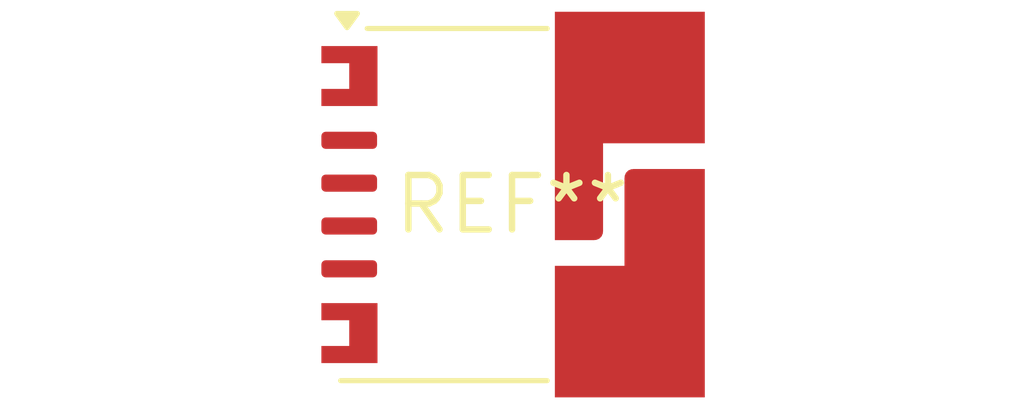
<source format=kicad_pcb>
(kicad_pcb (version 20240108) (generator pcbnew)
  (layers (0 "F.Cu" signal) (31 "B.Cu" signal) (34 "B.Paste" user) (35 "F.Paste" user) (36 "B.SilkS" user "B.Silkscreen") (37 "F.SilkS" user "F.Silkscreen") (38 "B.Mask" user) (39 "F.Mask" user) (44 "Edge.Cuts" user))
  (net 0 "")
  (footprint "Infineon_PG-TISON-8-5" (layer "F.Cu") (at 0 0)
    (property "Reference" "REF**")
    (property "Value" "Infineon_PG-TISON-8-5")
    (fp_line (start 0.82 -4.11) (end -3.38 -4.11) (layer "F.SilkS") (stroke (width 0.12)))
    (fp_line (start 0.82 4.11) (end -4 4.11) (layer "F.SilkS") (stroke (width 0.12)))
    (fp_poly (pts (xy -3.85 -4.13) (xy -4.09 -4.46) (xy -3.61 -4.46) (xy -3.85 -4.13)) (layer "F.SilkS") (stroke (width 0.12)) (fill solid))
    (pad "1" smd custom (at -3.47 -3) (size 0.66 1.4) (layers "F.Cu" "F.Mask") (options (clearance outline) (anchor rect)) (primitives (gr_poly (pts (xy 0.33 0.7) (xy -0.98 0.7) (xy -0.98 0.3) (xy -0.33 0.3) (xy -0.33 -0.3) (xy -0.98 -0.3) (xy -0.98 -0.7) (xy 0.33 -0.7)) (width 0) (fill yes))))
    (pad "2" smd roundrect (at -3.8 -1.5) (size 1.3 0.4) (layers "F.Cu" "F.Mask"))
    (pad "3" smd roundrect (at -3.8 -0.5) (size 1.3 0.4) (layers "F.Cu" "F.Mask"))
    (pad "4" smd roundrect (at -3.8 0.5) (size 1.3 0.4) (layers "F.Cu" "F.Mask"))
    (pad "5" smd roundrect (at -3.8 1.5) (size 1.3 0.4) (layers "F.Cu" "F.Mask"))
    (pad "6" smd custom (at -3.47 3) (size 0.66 1.4) (layers "F.Cu" "F.Mask") (options (clearance outline) (anchor rect)) (primitives (gr_poly (pts (xy 0.33 0.7) (xy -0.98 0.7) (xy -0.98 0.3) (xy -0.33 0.3) (xy -0.33 -0.3) (xy -0.98 -0.3) (xy -0.98 -0.7) (xy 0.33 -0.7)) (width 0) (fill yes))))
    (pad "7" smd custom (at 2.75 2.965) (size 3.5 3.07) (layers "F.Cu" "F.Mask") (options (clearance outline) (anchor rect)) (primitives (gr_poly (pts (xy 1.75 -1.535) (xy -0.125 -1.535) (xy -0.125 -3.595) (xy 0.075 -3.795) (xy 1.75 -3.795)) (width 0) (fill yes)) (gr_circle (center 0.075 -3.595) (end 0.275 -3.595) (width 0) (fill yes))))
    (pad "8" smd custom (at 2.75 -2.965) (size 3.5 3.07) (layers "F.Cu" "F.Mask") (options (clearance outline) (anchor rect)) (primitives (gr_poly (pts (xy -0.625 3.595) (xy -0.825 3.795) (xy -1.75 3.795) (xy -1.75 1.535) (xy -0.625 1.535)) (width 0) (fill yes)) (gr_circle (center -0.825 3.595) (end -0.625 3.595) (width 0) (fill yes))))
  )
)
</source>
